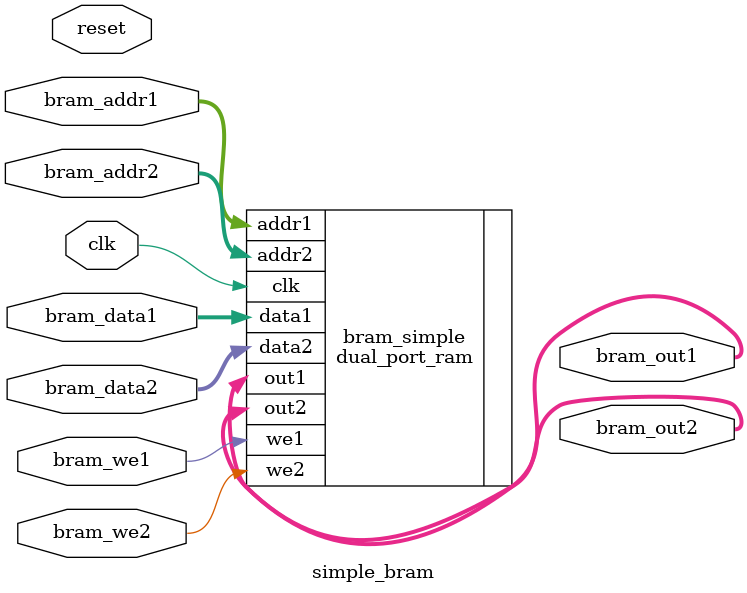
<source format=v>


module simple_bram (clk, reset, bram_we1, bram_we2, bram_addr1, bram_addr2, bram_data1, bram_data2, bram_out1, bram_out2);


input clk, reset;
input  bram_we1, bram_we2;
input [4:0] bram_addr1, bram_addr2;
input [9:0] bram_data1, bram_data2;
output [9:0] bram_out1, bram_out2;


// you can route only a portion of bits
defparam bram_simple.ADDR_WIDTH = 5;
defparam bram_simple.DATA_WIDTH = 10;


dual_port_ram bram_simple(.addr1(bram_addr1), .we1(bram_we1), .data1(bram_data1), .out1(bram_out1), .clk(clk),
                          .addr2(bram_addr2), .we2(bram_we2), .data2(bram_data2), .out2(bram_out2));


// 33864 nm^2


endmodule
</source>
